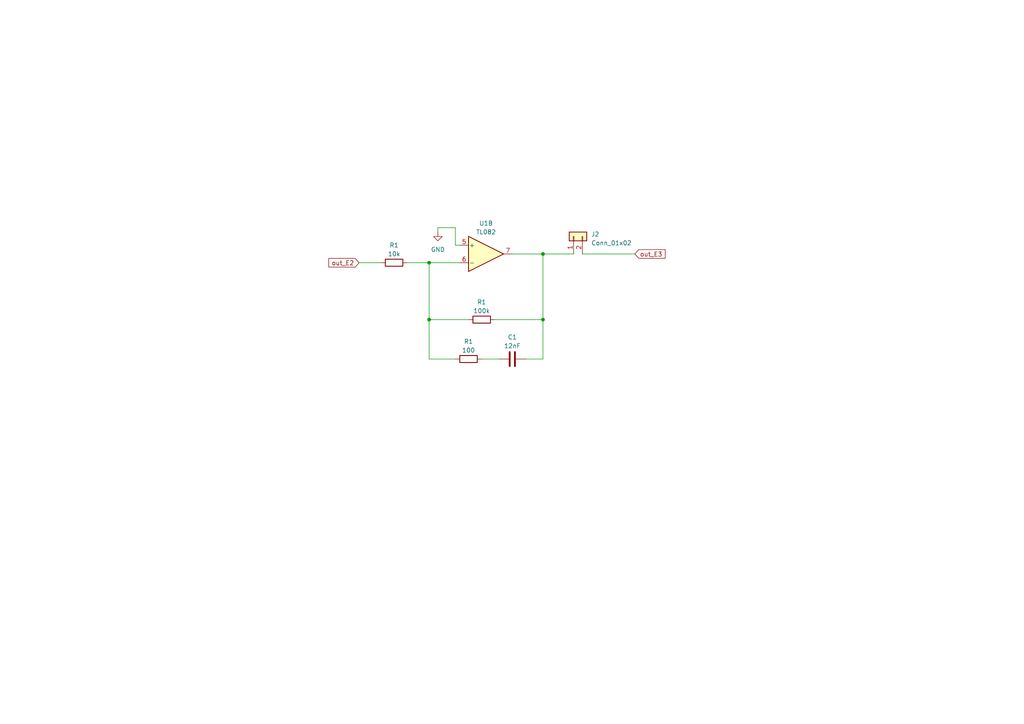
<source format=kicad_sch>
(kicad_sch (version 20230121) (generator eeschema)
  (paper "A4")
  (lib_symbols
    (symbol "Amplifier_Operational:TL082" (pin_names (offset 0.127))
      (property "Reference" "U" (at 0 5.08 0))
      (property "Value" "TL082" (at 0 -5.08 0))
      (symbol "TL082_1_1"
        (polyline (pts (xy -5.08 5.08) (xy 5.08 0) (xy -5.08 -5.08) (xy -5.08 5.08)) (stroke (width 0.254)) (fill (type background)))
        (pin output line (at 7.62 0 180) (length 2.54) (name "~") (number "1"))
        (pin input line (at -7.62 -2.54 0) (length 2.54) (name "-") (number "2"))
        (pin input line (at -7.62 2.54 0) (length 2.54) (name "+") (number "3"))
      )
      (symbol "TL082_2_1"
        (polyline (pts (xy -5.08 5.08) (xy 5.08 0) (xy -5.08 -5.08) (xy -5.08 5.08)) (stroke (width 0.254)) (fill (type background)))
        (pin input line (at -7.62 2.54 0) (length 2.54) (name "+") (number "5"))
        (pin input line (at -7.62 -2.54 0) (length 2.54) (name "-") (number "6"))
        (pin output line (at 7.62 0 180) (length 2.54) (name "~") (number "7"))
      )
      (symbol "TL082_3_1"
        (pin power_in line (at -2.54 -7.62 90) (length 3.81) (name "V-") (number "4"))
        (pin power_in line (at -2.54 7.62 270) (length 3.81) (name "V+") (number "8"))
      )
    )
    (symbol "Connector_Generic:Conn_01x02" (pin_names (offset 1.016) hide)
      (property "Reference" "J" (at 0 2.54 0))
      (property "Value" "Conn_01x02" (at 0 -5.08 0))
      (symbol "Conn_01x02_1_1"
        (rectangle (start -1.27 -2.413) (end 0 -2.667) (stroke (width 0.1524)))
        (rectangle (start -1.27 0.127) (end 0 -0.127) (stroke (width 0.1524)))
        (rectangle (start -1.27 1.27) (end 1.27 -3.81) (stroke (width 0.254)) (fill (type background)))
        (pin passive line (at -5.08 0 0) (length 3.81) (name "Pin_1") (number "1"))
        (pin passive line (at -5.08 -2.54 0) (length 3.81) (name "Pin_2") (number "2"))
      )
    )
    (symbol "Device:C" (pin_numbers hide) (pin_names (offset 0.254))
      (property "Reference" "C" (at 0.635 2.54 0))
      (property "Value" "C" (at 0.635 -2.54 0))
      (symbol "C_0_1"
        (polyline (pts (xy -2.032 -0.762) (xy 2.032 -0.762)) (stroke (width 0.508)))
        (polyline (pts (xy -2.032 0.762) (xy 2.032 0.762)) (stroke (width 0.508)))
      )
      (symbol "C_1_1"
        (pin passive line (at 0 3.81 270) (length 2.794) (name "~") (number "1"))
        (pin passive line (at 0 -3.81 90) (length 2.794) (name "~") (number "2"))
      )
    )
    (symbol "Device:R" (pin_numbers hide) (pin_names (offset 0))
      (property "Reference" "R" (at 2.032 0 90))
      (property "Value" "R" (at 0 0 90))
      (symbol "R_0_1"
        (rectangle (start -1.016 -2.54) (end 1.016 2.54) (stroke (width 0.254)))
      )
      (symbol "R_1_1"
        (pin passive line (at 0 3.81 270) (length 1.27) (name "~") (number "1"))
        (pin passive line (at 0 -3.81 90) (length 1.27) (name "~") (number "2"))
      )
    )
    (symbol "power:GND" (power) (pin_names (offset 0))
      (property "Value" "GND" (at 0 -3.81 0))
      (symbol "GND_0_1"
        (polyline (pts (xy 0 0) (xy 0 -1.27) (xy 1.27 -1.27) (xy 0 -2.54) (xy -1.27 -1.27) (xy 0 -1.27)))
      )
      (symbol "GND_1_1"
        (pin power_in line (at 0 0 270) (length 0) hide (name "GND") (number "1"))
      )
    )
  )
  (junction (at 124.46 76.2))
  (junction (at 124.46 92.71))
  (junction (at 157.48 92.71))
  (junction (at 157.48 73.66))
  (wire (pts (xy 124.46 104.14) (xy 124.46 92.71)))
  (wire (pts (xy 104.14 76.2) (xy 110.49 76.2)))
  (wire (pts (xy 168.91 73.66) (xy 184.15 73.66)))
  (wire (pts (xy 157.48 92.71) (xy 157.48 104.14)))
  (wire (pts (xy 135.89 92.71) (xy 124.46 92.71)))
  (wire (pts (xy 139.7 104.14) (xy 144.78 104.14)))
  (wire (pts (xy 124.46 92.71) (xy 124.46 76.2)))
  (wire (pts (xy 133.35 71.12) (xy 132.08 71.12)))
  (wire (pts (xy 132.08 71.12) (xy 132.08 66.04)))
  (wire (pts (xy 118.11 76.2) (xy 124.46 76.2)))
  (wire (pts (xy 132.08 66.04) (xy 127 66.04)))
  (wire (pts (xy 152.4 104.14) (xy 157.48 104.14)))
  (wire (pts (xy 143.51 92.71) (xy 157.48 92.71)))
  (wire (pts (xy 148.59 73.66) (xy 157.48 73.66)))
  (wire (pts (xy 157.48 73.66) (xy 157.48 92.71)))
  (wire (pts (xy 124.46 76.2) (xy 133.35 76.2)))
  (wire (pts (xy 127 66.04) (xy 127 67.31)))
  (wire (pts (xy 124.46 104.14) (xy 132.08 104.14)))
  (wire (pts (xy 157.48 73.66) (xy 166.37 73.66)))
  (global_label "out_E3" (shape input) (at 184.15 73.66 0) (property "Intersheetrefs" "${INTERSHEET_REFS}" (effects hide)))
  (global_label "out_E2" (shape input) (at 104.14 76.2 180) (property "Intersheetrefs" "${INTERSHEET_REFS}" (effects hide)))
  (symbol (lib_id "Amplifier_Operational:TL082") (at 140.97 73.66 0) (unit 2)
    (property "Reference" "U1" (at 140.97 64.77 0))
    (property "Value" "TL082" (at 140.97 67.31 0))
    (property "Footprint" "Package_DIP:DIP-8_W10.16mm_LongPads" (effects hide))
    (property "Datasheet" "http://www.ti.com/lit/ds/symlink/tl081.pdf" (effects hide))
    (instances (project "op" (path "" (reference "U1") (unit 2)) (path "" (reference "U3") (unit 2)) (path "" (reference "U2") (unit 2))))
  )
  (symbol (lib_id "Device:R") (at 135.89 104.14 90) (unit 1)
    (property "Reference" "R1" (at 135.89 99.06 90))
    (property "Value" "100" (at 135.89 101.6 90))
    (property "Footprint" "Resistor_THT:R_Axial_DIN0207_L6.3mm_D2.5mm_P10.16mm_Horizontal" (effects hide))
    (instances (project "op" (path "" (reference "R1") (unit 1)) (path "" (reference "R12") (unit 1))))
  )
  (symbol (lib_id "Device:C") (at 148.59 104.14 90) (unit 1)
    (property "Reference" "C1" (at 148.59 97.79 90))
    (property "Value" "12nF" (at 148.59 100.33 90))
    (property "Footprint" "Capacitor_THT:CP_Radial_Tantal_D6.0mm_P5.00mm" (effects hide))
  )
  (symbol (lib_id "Device:R") (at 114.3 76.2 90) (unit 1)
    (property "Reference" "R1" (at 114.3 71.12 90))
    (property "Value" "10k" (at 114.3 73.66 90))
    (property "Footprint" "Resistor_THT:R_Axial_DIN0207_L6.3mm_D2.5mm_P10.16mm_Horizontal" (effects hide))
    (instances (project "op" (path "" (reference "R1") (unit 1)) (path "" (reference "R11") (unit 1))))
  )
  (symbol (lib_id "Device:R") (at 139.7 92.71 90) (unit 1)
    (property "Reference" "R1" (at 139.7 87.63 90))
    (property "Value" "100k" (at 139.7 90.17 90))
    (property "Footprint" "Resistor_THT:R_Axial_DIN0207_L6.3mm_D2.5mm_P10.16mm_Horizontal" (effects hide))
    (instances (project "op" (path "" (reference "R1") (unit 1)) (path "" (reference "R13") (unit 1))))
  )
  (symbol (lib_id "Connector_Generic:Conn_01x02") (at 166.37 68.58 90) (unit 1)
    (property "Reference" "J2" (at 171.45 67.945 90) (effects (justify right)))
    (property "Value" "Conn_01x02" (at 171.45 70.485 90) (effects (justify right)))
    (property "Footprint" "Connector_PinHeader_2.00mm:PinHeader_1x02_P2.00mm_Vertical" (effects hide))
    (instances (project "op" (path "" (reference "J2") (unit 1)) (path "" (reference "J14") (unit 1))))
  )
  (symbol (lib_id "power:GND") (at 127 67.31 0) (unit 1)
    (property "Reference" "#PWR014" (effects hide))
    (property "Value" "GND" (at 127 72.39 0))
  )
)
</source>
